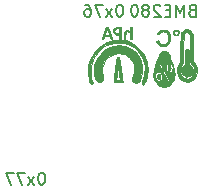
<source format=gbr>
G04 #@! TF.GenerationSoftware,KiCad,Pcbnew,(5.1.5)-3*
G04 #@! TF.CreationDate,2020-12-21T12:20:19+01:00*
G04 #@! TF.ProjectId,epimetheus_bme280,6570696d-6574-4686-9575-735f626d6532,rev?*
G04 #@! TF.SameCoordinates,Original*
G04 #@! TF.FileFunction,Legend,Bot*
G04 #@! TF.FilePolarity,Positive*
%FSLAX46Y46*%
G04 Gerber Fmt 4.6, Leading zero omitted, Abs format (unit mm)*
G04 Created by KiCad (PCBNEW (5.1.5)-3) date 2020-12-21 12:20:19*
%MOMM*%
%LPD*%
G04 APERTURE LIST*
%ADD10C,0.150000*%
%ADD11C,0.010000*%
G04 APERTURE END LIST*
D10*
X165234761Y-37552380D02*
X165139523Y-37552380D01*
X165044285Y-37600000D01*
X164996666Y-37647619D01*
X164949047Y-37742857D01*
X164901428Y-37933333D01*
X164901428Y-38171428D01*
X164949047Y-38361904D01*
X164996666Y-38457142D01*
X165044285Y-38504761D01*
X165139523Y-38552380D01*
X165234761Y-38552380D01*
X165330000Y-38504761D01*
X165377619Y-38457142D01*
X165425238Y-38361904D01*
X165472857Y-38171428D01*
X165472857Y-37933333D01*
X165425238Y-37742857D01*
X165377619Y-37647619D01*
X165330000Y-37600000D01*
X165234761Y-37552380D01*
X164568095Y-38552380D02*
X164044285Y-37885714D01*
X164568095Y-37885714D02*
X164044285Y-38552380D01*
X163758571Y-37552380D02*
X163091904Y-37552380D01*
X163520476Y-38552380D01*
X162806190Y-37552380D02*
X162139523Y-37552380D01*
X162568095Y-38552380D01*
X171838761Y-23328380D02*
X171743523Y-23328380D01*
X171648285Y-23376000D01*
X171600666Y-23423619D01*
X171553047Y-23518857D01*
X171505428Y-23709333D01*
X171505428Y-23947428D01*
X171553047Y-24137904D01*
X171600666Y-24233142D01*
X171648285Y-24280761D01*
X171743523Y-24328380D01*
X171838761Y-24328380D01*
X171934000Y-24280761D01*
X171981619Y-24233142D01*
X172029238Y-24137904D01*
X172076857Y-23947428D01*
X172076857Y-23709333D01*
X172029238Y-23518857D01*
X171981619Y-23423619D01*
X171934000Y-23376000D01*
X171838761Y-23328380D01*
X171172095Y-24328380D02*
X170648285Y-23661714D01*
X171172095Y-23661714D02*
X170648285Y-24328380D01*
X170362571Y-23328380D02*
X169695904Y-23328380D01*
X170124476Y-24328380D01*
X168886380Y-23328380D02*
X169076857Y-23328380D01*
X169172095Y-23376000D01*
X169219714Y-23423619D01*
X169314952Y-23566476D01*
X169362571Y-23756952D01*
X169362571Y-24137904D01*
X169314952Y-24233142D01*
X169267333Y-24280761D01*
X169172095Y-24328380D01*
X168981619Y-24328380D01*
X168886380Y-24280761D01*
X168838761Y-24233142D01*
X168791142Y-24137904D01*
X168791142Y-23899809D01*
X168838761Y-23804571D01*
X168886380Y-23756952D01*
X168981619Y-23709333D01*
X169172095Y-23709333D01*
X169267333Y-23756952D01*
X169314952Y-23804571D01*
X169362571Y-23899809D01*
X177894952Y-23804571D02*
X177752095Y-23852190D01*
X177704476Y-23899809D01*
X177656857Y-23995047D01*
X177656857Y-24137904D01*
X177704476Y-24233142D01*
X177752095Y-24280761D01*
X177847333Y-24328380D01*
X178228285Y-24328380D01*
X178228285Y-23328380D01*
X177894952Y-23328380D01*
X177799714Y-23376000D01*
X177752095Y-23423619D01*
X177704476Y-23518857D01*
X177704476Y-23614095D01*
X177752095Y-23709333D01*
X177799714Y-23756952D01*
X177894952Y-23804571D01*
X178228285Y-23804571D01*
X177228285Y-24328380D02*
X177228285Y-23328380D01*
X176894952Y-24042666D01*
X176561619Y-23328380D01*
X176561619Y-24328380D01*
X176085428Y-23804571D02*
X175752095Y-23804571D01*
X175609238Y-24328380D02*
X176085428Y-24328380D01*
X176085428Y-23328380D01*
X175609238Y-23328380D01*
X175228285Y-23423619D02*
X175180666Y-23376000D01*
X175085428Y-23328380D01*
X174847333Y-23328380D01*
X174752095Y-23376000D01*
X174704476Y-23423619D01*
X174656857Y-23518857D01*
X174656857Y-23614095D01*
X174704476Y-23756952D01*
X175275904Y-24328380D01*
X174656857Y-24328380D01*
X174085428Y-23756952D02*
X174180666Y-23709333D01*
X174228285Y-23661714D01*
X174275904Y-23566476D01*
X174275904Y-23518857D01*
X174228285Y-23423619D01*
X174180666Y-23376000D01*
X174085428Y-23328380D01*
X173894952Y-23328380D01*
X173799714Y-23376000D01*
X173752095Y-23423619D01*
X173704476Y-23518857D01*
X173704476Y-23566476D01*
X173752095Y-23661714D01*
X173799714Y-23709333D01*
X173894952Y-23756952D01*
X174085428Y-23756952D01*
X174180666Y-23804571D01*
X174228285Y-23852190D01*
X174275904Y-23947428D01*
X174275904Y-24137904D01*
X174228285Y-24233142D01*
X174180666Y-24280761D01*
X174085428Y-24328380D01*
X173894952Y-24328380D01*
X173799714Y-24280761D01*
X173752095Y-24233142D01*
X173704476Y-24137904D01*
X173704476Y-23947428D01*
X173752095Y-23852190D01*
X173799714Y-23804571D01*
X173894952Y-23756952D01*
X173085428Y-23328380D02*
X172990190Y-23328380D01*
X172894952Y-23376000D01*
X172847333Y-23423619D01*
X172799714Y-23518857D01*
X172752095Y-23709333D01*
X172752095Y-23947428D01*
X172799714Y-24137904D01*
X172847333Y-24233142D01*
X172894952Y-24280761D01*
X172990190Y-24328380D01*
X173085428Y-24328380D01*
X173180666Y-24280761D01*
X173228285Y-24233142D01*
X173275904Y-24137904D01*
X173323523Y-23947428D01*
X173323523Y-23709333D01*
X173275904Y-23518857D01*
X173228285Y-23423619D01*
X173180666Y-23376000D01*
X173085428Y-23328380D01*
D11*
G36*
X177387278Y-27085198D02*
G01*
X177368200Y-27101799D01*
X177352297Y-27120269D01*
X177340104Y-27144136D01*
X177331132Y-27179851D01*
X177324888Y-27233867D01*
X177320884Y-27312635D01*
X177318629Y-27422607D01*
X177317631Y-27570237D01*
X177317401Y-27761974D01*
X177317400Y-27770010D01*
X177317400Y-28387420D01*
X177206925Y-28465291D01*
X177094498Y-28571343D01*
X177022829Y-28695894D01*
X176989801Y-28830851D01*
X176993301Y-28968125D01*
X177031212Y-29099623D01*
X177101421Y-29217255D01*
X177201812Y-29312930D01*
X177330270Y-29378557D01*
X177452301Y-29404030D01*
X177548653Y-29401142D01*
X177645008Y-29381409D01*
X177656359Y-29377500D01*
X177786676Y-29305094D01*
X177884212Y-29202390D01*
X177948428Y-29078347D01*
X177978782Y-28941925D01*
X177974735Y-28802084D01*
X177935746Y-28667783D01*
X177861274Y-28547984D01*
X177750781Y-28451645D01*
X177713488Y-28430185D01*
X177639676Y-28391797D01*
X177656614Y-27788675D01*
X177661804Y-27598163D01*
X177665067Y-27451716D01*
X177666043Y-27342624D01*
X177664373Y-27264176D01*
X177659697Y-27209663D01*
X177651653Y-27172373D01*
X177639883Y-27145596D01*
X177624026Y-27122622D01*
X177620633Y-27118276D01*
X177549967Y-27063999D01*
X177466981Y-27052634D01*
X177387278Y-27085198D01*
G37*
X177387278Y-27085198D02*
X177368200Y-27101799D01*
X177352297Y-27120269D01*
X177340104Y-27144136D01*
X177331132Y-27179851D01*
X177324888Y-27233867D01*
X177320884Y-27312635D01*
X177318629Y-27422607D01*
X177317631Y-27570237D01*
X177317401Y-27761974D01*
X177317400Y-27770010D01*
X177317400Y-28387420D01*
X177206925Y-28465291D01*
X177094498Y-28571343D01*
X177022829Y-28695894D01*
X176989801Y-28830851D01*
X176993301Y-28968125D01*
X177031212Y-29099623D01*
X177101421Y-29217255D01*
X177201812Y-29312930D01*
X177330270Y-29378557D01*
X177452301Y-29404030D01*
X177548653Y-29401142D01*
X177645008Y-29381409D01*
X177656359Y-29377500D01*
X177786676Y-29305094D01*
X177884212Y-29202390D01*
X177948428Y-29078347D01*
X177978782Y-28941925D01*
X177974735Y-28802084D01*
X177935746Y-28667783D01*
X177861274Y-28547984D01*
X177750781Y-28451645D01*
X177713488Y-28430185D01*
X177639676Y-28391797D01*
X177656614Y-27788675D01*
X177661804Y-27598163D01*
X177665067Y-27451716D01*
X177666043Y-27342624D01*
X177664373Y-27264176D01*
X177659697Y-27209663D01*
X177651653Y-27172373D01*
X177639883Y-27145596D01*
X177624026Y-27122622D01*
X177620633Y-27118276D01*
X177549967Y-27063999D01*
X177466981Y-27052634D01*
X177387278Y-27085198D01*
G36*
X175907637Y-28461873D02*
G01*
X175867696Y-28507651D01*
X175847912Y-28591571D01*
X175844200Y-28676600D01*
X175849212Y-28762274D01*
X175861948Y-28832990D01*
X175870494Y-28856069D01*
X175916619Y-28895499D01*
X175982054Y-28902430D01*
X176046248Y-28875852D01*
X176058286Y-28865285D01*
X176087658Y-28802917D01*
X176098170Y-28693465D01*
X176098200Y-28685815D01*
X176091213Y-28569127D01*
X176067910Y-28495029D01*
X176024785Y-28456952D01*
X175971200Y-28448000D01*
X175907637Y-28461873D01*
G37*
X175907637Y-28461873D02*
X175867696Y-28507651D01*
X175847912Y-28591571D01*
X175844200Y-28676600D01*
X175849212Y-28762274D01*
X175861948Y-28832990D01*
X175870494Y-28856069D01*
X175916619Y-28895499D01*
X175982054Y-28902430D01*
X176046248Y-28875852D01*
X176058286Y-28865285D01*
X176087658Y-28802917D01*
X176098170Y-28693465D01*
X176098200Y-28685815D01*
X176091213Y-28569127D01*
X176067910Y-28495029D01*
X176024785Y-28456952D01*
X175971200Y-28448000D01*
X175907637Y-28461873D01*
G36*
X175035334Y-29174773D02*
G01*
X174997237Y-29205650D01*
X174971430Y-29261779D01*
X174957270Y-29347612D01*
X174955624Y-29443206D01*
X174967361Y-29528623D01*
X174981494Y-29567269D01*
X175026322Y-29604251D01*
X175092879Y-29616367D01*
X175157405Y-29601373D01*
X175178721Y-29585920D01*
X175198965Y-29538537D01*
X175208811Y-29459671D01*
X175208701Y-29367468D01*
X175199077Y-29280072D01*
X175180383Y-29215632D01*
X175169286Y-29199114D01*
X175103542Y-29162549D01*
X175035334Y-29174773D01*
G37*
X175035334Y-29174773D02*
X174997237Y-29205650D01*
X174971430Y-29261779D01*
X174957270Y-29347612D01*
X174955624Y-29443206D01*
X174967361Y-29528623D01*
X174981494Y-29567269D01*
X175026322Y-29604251D01*
X175092879Y-29616367D01*
X175157405Y-29601373D01*
X175178721Y-29585920D01*
X175198965Y-29538537D01*
X175208811Y-29459671D01*
X175208701Y-29367468D01*
X175199077Y-29280072D01*
X175180383Y-29215632D01*
X175169286Y-29199114D01*
X175103542Y-29162549D01*
X175035334Y-29174773D01*
G36*
X176488186Y-25443571D02*
G01*
X176398361Y-25496908D01*
X176341388Y-25577980D01*
X176319980Y-25673727D01*
X176336854Y-25771089D01*
X176394722Y-25857005D01*
X176401047Y-25862854D01*
X176495515Y-25920321D01*
X176595585Y-25927552D01*
X176688112Y-25893806D01*
X176765629Y-25828742D01*
X176804190Y-25746941D01*
X176807816Y-25665694D01*
X176725403Y-25665694D01*
X176713816Y-25738191D01*
X176666339Y-25801711D01*
X176631179Y-25824535D01*
X176575889Y-25849869D01*
X176538575Y-25850785D01*
X176495323Y-25824320D01*
X176469926Y-25804556D01*
X176415618Y-25736512D01*
X176403782Y-25662088D01*
X176429789Y-25593937D01*
X176489011Y-25544711D01*
X176571452Y-25527000D01*
X176651558Y-25546832D01*
X176703762Y-25597486D01*
X176725403Y-25665694D01*
X176807816Y-25665694D01*
X176808151Y-25658211D01*
X176781868Y-25572362D01*
X176729697Y-25499203D01*
X176655992Y-25448544D01*
X176565111Y-25430193D01*
X176488186Y-25443571D01*
G37*
X176488186Y-25443571D02*
X176398361Y-25496908D01*
X176341388Y-25577980D01*
X176319980Y-25673727D01*
X176336854Y-25771089D01*
X176394722Y-25857005D01*
X176401047Y-25862854D01*
X176495515Y-25920321D01*
X176595585Y-25927552D01*
X176688112Y-25893806D01*
X176765629Y-25828742D01*
X176804190Y-25746941D01*
X176807816Y-25665694D01*
X176725403Y-25665694D01*
X176713816Y-25738191D01*
X176666339Y-25801711D01*
X176631179Y-25824535D01*
X176575889Y-25849869D01*
X176538575Y-25850785D01*
X176495323Y-25824320D01*
X176469926Y-25804556D01*
X176415618Y-25736512D01*
X176403782Y-25662088D01*
X176429789Y-25593937D01*
X176489011Y-25544711D01*
X176571452Y-25527000D01*
X176651558Y-25546832D01*
X176703762Y-25597486D01*
X176725403Y-25665694D01*
X176807816Y-25665694D01*
X176808151Y-25658211D01*
X176781868Y-25572362D01*
X176729697Y-25499203D01*
X176655992Y-25448544D01*
X176565111Y-25430193D01*
X176488186Y-25443571D01*
G36*
X170438088Y-25724129D02*
G01*
X170383903Y-25874512D01*
X170336147Y-26008688D01*
X170297377Y-26119341D01*
X170270146Y-26199156D01*
X170257011Y-26240820D01*
X170256200Y-26244829D01*
X170277818Y-26259364D01*
X170314776Y-26263600D01*
X170351238Y-26255209D01*
X170380685Y-26222969D01*
X170411151Y-26156279D01*
X170425433Y-26117550D01*
X170477515Y-25971500D01*
X170934535Y-25956992D01*
X170990432Y-26110296D01*
X171024425Y-26195553D01*
X171053010Y-26242363D01*
X171084226Y-26261267D01*
X171107338Y-26263600D01*
X171145366Y-26260762D01*
X171156377Y-26243106D01*
X171144224Y-26196918D01*
X171134087Y-26168350D01*
X171109839Y-26101532D01*
X171074056Y-26003681D01*
X171030330Y-25884538D01*
X171016346Y-25846523D01*
X170891200Y-25846523D01*
X170867874Y-25851631D01*
X170806179Y-25855408D01*
X170718543Y-25857154D01*
X170701071Y-25857200D01*
X170510942Y-25857200D01*
X170557846Y-25736550D01*
X170594718Y-25637448D01*
X170633882Y-25525939D01*
X170649175Y-25480268D01*
X170676252Y-25410725D01*
X170700654Y-25370209D01*
X170713848Y-25365968D01*
X170728596Y-25395499D01*
X170754967Y-25459893D01*
X170788096Y-25545963D01*
X170823115Y-25640524D01*
X170855159Y-25730390D01*
X170879361Y-25802374D01*
X170890855Y-25843290D01*
X170891200Y-25846523D01*
X171016346Y-25846523D01*
X170982252Y-25753847D01*
X170933414Y-25621350D01*
X170887407Y-25496789D01*
X170847823Y-25389907D01*
X170818252Y-25310447D01*
X170802286Y-25268151D01*
X170801698Y-25266650D01*
X170760867Y-25230511D01*
X170702070Y-25222200D01*
X170619975Y-25222200D01*
X170438088Y-25724129D01*
G37*
X170438088Y-25724129D02*
X170383903Y-25874512D01*
X170336147Y-26008688D01*
X170297377Y-26119341D01*
X170270146Y-26199156D01*
X170257011Y-26240820D01*
X170256200Y-26244829D01*
X170277818Y-26259364D01*
X170314776Y-26263600D01*
X170351238Y-26255209D01*
X170380685Y-26222969D01*
X170411151Y-26156279D01*
X170425433Y-26117550D01*
X170477515Y-25971500D01*
X170934535Y-25956992D01*
X170990432Y-26110296D01*
X171024425Y-26195553D01*
X171053010Y-26242363D01*
X171084226Y-26261267D01*
X171107338Y-26263600D01*
X171145366Y-26260762D01*
X171156377Y-26243106D01*
X171144224Y-26196918D01*
X171134087Y-26168350D01*
X171109839Y-26101532D01*
X171074056Y-26003681D01*
X171030330Y-25884538D01*
X171016346Y-25846523D01*
X170891200Y-25846523D01*
X170867874Y-25851631D01*
X170806179Y-25855408D01*
X170718543Y-25857154D01*
X170701071Y-25857200D01*
X170510942Y-25857200D01*
X170557846Y-25736550D01*
X170594718Y-25637448D01*
X170633882Y-25525939D01*
X170649175Y-25480268D01*
X170676252Y-25410725D01*
X170700654Y-25370209D01*
X170713848Y-25365968D01*
X170728596Y-25395499D01*
X170754967Y-25459893D01*
X170788096Y-25545963D01*
X170823115Y-25640524D01*
X170855159Y-25730390D01*
X170879361Y-25802374D01*
X170890855Y-25843290D01*
X170891200Y-25846523D01*
X171016346Y-25846523D01*
X170982252Y-25753847D01*
X170933414Y-25621350D01*
X170887407Y-25496789D01*
X170847823Y-25389907D01*
X170818252Y-25310447D01*
X170802286Y-25268151D01*
X170801698Y-25266650D01*
X170760867Y-25230511D01*
X170702070Y-25222200D01*
X170619975Y-25222200D01*
X170438088Y-25724129D01*
G36*
X171658001Y-25227914D02*
G01*
X171492162Y-25245249D01*
X171370743Y-25277898D01*
X171288779Y-25329274D01*
X171241302Y-25402790D01*
X171223348Y-25501860D01*
X171222865Y-25527000D01*
X171241493Y-25659417D01*
X171296988Y-25757532D01*
X171390084Y-25821997D01*
X171521519Y-25853460D01*
X171596050Y-25857032D01*
X171754800Y-25857200D01*
X171754800Y-26060400D01*
X171755477Y-26161178D01*
X171759667Y-26221523D01*
X171770608Y-26251797D01*
X171791539Y-26262367D01*
X171818300Y-26263600D01*
X171881800Y-26263600D01*
X171881800Y-25755600D01*
X171754800Y-25755600D01*
X171618526Y-25755600D01*
X171512716Y-25747079D01*
X171437531Y-25718451D01*
X171415326Y-25702956D01*
X171364299Y-25633281D01*
X171346257Y-25541533D01*
X171363982Y-25446490D01*
X171374099Y-25424841D01*
X171420104Y-25383477D01*
X171501403Y-25349592D01*
X171602540Y-25328415D01*
X171672250Y-25323941D01*
X171754800Y-25323800D01*
X171754800Y-25755600D01*
X171881800Y-25755600D01*
X171881800Y-25215153D01*
X171658001Y-25227914D01*
G37*
X171658001Y-25227914D02*
X171492162Y-25245249D01*
X171370743Y-25277898D01*
X171288779Y-25329274D01*
X171241302Y-25402790D01*
X171223348Y-25501860D01*
X171222865Y-25527000D01*
X171241493Y-25659417D01*
X171296988Y-25757532D01*
X171390084Y-25821997D01*
X171521519Y-25853460D01*
X171596050Y-25857032D01*
X171754800Y-25857200D01*
X171754800Y-26060400D01*
X171755477Y-26161178D01*
X171759667Y-26221523D01*
X171770608Y-26251797D01*
X171791539Y-26262367D01*
X171818300Y-26263600D01*
X171881800Y-26263600D01*
X171881800Y-25755600D01*
X171754800Y-25755600D01*
X171618526Y-25755600D01*
X171512716Y-25747079D01*
X171437531Y-25718451D01*
X171415326Y-25702956D01*
X171364299Y-25633281D01*
X171346257Y-25541533D01*
X171363982Y-25446490D01*
X171374099Y-25424841D01*
X171420104Y-25383477D01*
X171501403Y-25349592D01*
X171602540Y-25328415D01*
X171672250Y-25323941D01*
X171754800Y-25323800D01*
X171754800Y-25755600D01*
X171881800Y-25755600D01*
X171881800Y-25215153D01*
X171658001Y-25227914D01*
G36*
X172700377Y-25199180D02*
G01*
X172681442Y-25213463D01*
X172672319Y-25250358D01*
X172669430Y-25320578D01*
X172669200Y-25386926D01*
X172669200Y-25577053D01*
X172586650Y-25526721D01*
X172501118Y-25492284D01*
X172403338Y-25478287D01*
X172313640Y-25485851D01*
X172260599Y-25508757D01*
X172220112Y-25548386D01*
X172191946Y-25600657D01*
X172174091Y-25674636D01*
X172164537Y-25779391D01*
X172161275Y-25923985D01*
X172161200Y-25957130D01*
X172161694Y-26086205D01*
X172164102Y-26172879D01*
X172169817Y-26225548D01*
X172180230Y-26252607D01*
X172196732Y-26262453D01*
X172212000Y-26263600D01*
X172235862Y-26259873D01*
X172250811Y-26242332D01*
X172258908Y-26201436D01*
X172262216Y-26127645D01*
X172262800Y-26028482D01*
X172268860Y-25849918D01*
X172288484Y-25718082D01*
X172323843Y-25630195D01*
X172377106Y-25583479D01*
X172450445Y-25575157D01*
X172546028Y-25602450D01*
X172582812Y-25618794D01*
X172669200Y-25659788D01*
X172669200Y-26263600D01*
X172796200Y-26263600D01*
X172796200Y-25196800D01*
X172732700Y-25196800D01*
X172700377Y-25199180D01*
G37*
X172700377Y-25199180D02*
X172681442Y-25213463D01*
X172672319Y-25250358D01*
X172669430Y-25320578D01*
X172669200Y-25386926D01*
X172669200Y-25577053D01*
X172586650Y-25526721D01*
X172501118Y-25492284D01*
X172403338Y-25478287D01*
X172313640Y-25485851D01*
X172260599Y-25508757D01*
X172220112Y-25548386D01*
X172191946Y-25600657D01*
X172174091Y-25674636D01*
X172164537Y-25779391D01*
X172161275Y-25923985D01*
X172161200Y-25957130D01*
X172161694Y-26086205D01*
X172164102Y-26172879D01*
X172169817Y-26225548D01*
X172180230Y-26252607D01*
X172196732Y-26262453D01*
X172212000Y-26263600D01*
X172235862Y-26259873D01*
X172250811Y-26242332D01*
X172258908Y-26201436D01*
X172262216Y-26127645D01*
X172262800Y-26028482D01*
X172268860Y-25849918D01*
X172288484Y-25718082D01*
X172323843Y-25630195D01*
X172377106Y-25583479D01*
X172450445Y-25575157D01*
X172546028Y-25602450D01*
X172582812Y-25618794D01*
X172669200Y-25659788D01*
X172669200Y-26263600D01*
X172796200Y-26263600D01*
X172796200Y-25196800D01*
X172732700Y-25196800D01*
X172700377Y-25199180D01*
G36*
X175272700Y-25453435D02*
G01*
X175131654Y-25515679D01*
X175016612Y-25614118D01*
X174955155Y-25704889D01*
X174924855Y-25771029D01*
X174925389Y-25807395D01*
X174962536Y-25828403D01*
X175009646Y-25840793D01*
X175061333Y-25844898D01*
X175085963Y-25816923D01*
X175091263Y-25799151D01*
X175118528Y-25745201D01*
X175168469Y-25682276D01*
X175184535Y-25665996D01*
X175230580Y-25626155D01*
X175275303Y-25603468D01*
X175335163Y-25593178D01*
X175426615Y-25590532D01*
X175445818Y-25590500D01*
X175589793Y-25601913D01*
X175697189Y-25639614D01*
X175777641Y-25708797D01*
X175833659Y-25799549D01*
X175865571Y-25898498D01*
X175885252Y-26027481D01*
X175891450Y-26166931D01*
X175882911Y-26297282D01*
X175869817Y-26364395D01*
X175812398Y-26488844D01*
X175719658Y-26589343D01*
X175602593Y-26658756D01*
X175472195Y-26689949D01*
X175376208Y-26684733D01*
X175274012Y-26644185D01*
X175176676Y-26569767D01*
X175101903Y-26476761D01*
X175078377Y-26427690D01*
X175052394Y-26370717D01*
X175021786Y-26351834D01*
X174982112Y-26356742D01*
X174917623Y-26375829D01*
X174894078Y-26401820D01*
X174903895Y-26450305D01*
X174918675Y-26487208D01*
X175002940Y-26627973D01*
X175120691Y-26732127D01*
X175267565Y-26796943D01*
X175439198Y-26819694D01*
X175450500Y-26819658D01*
X175546835Y-26815151D01*
X175633122Y-26805274D01*
X175674402Y-26796571D01*
X175798464Y-26734081D01*
X175903290Y-26631893D01*
X175985512Y-26498569D01*
X176041762Y-26342670D01*
X176068673Y-26172755D01*
X176062877Y-25997387D01*
X176037131Y-25874500D01*
X175966916Y-25717452D01*
X175860619Y-25590393D01*
X175725953Y-25497572D01*
X175570631Y-25443238D01*
X175402366Y-25431639D01*
X175272700Y-25453435D01*
G37*
X175272700Y-25453435D02*
X175131654Y-25515679D01*
X175016612Y-25614118D01*
X174955155Y-25704889D01*
X174924855Y-25771029D01*
X174925389Y-25807395D01*
X174962536Y-25828403D01*
X175009646Y-25840793D01*
X175061333Y-25844898D01*
X175085963Y-25816923D01*
X175091263Y-25799151D01*
X175118528Y-25745201D01*
X175168469Y-25682276D01*
X175184535Y-25665996D01*
X175230580Y-25626155D01*
X175275303Y-25603468D01*
X175335163Y-25593178D01*
X175426615Y-25590532D01*
X175445818Y-25590500D01*
X175589793Y-25601913D01*
X175697189Y-25639614D01*
X175777641Y-25708797D01*
X175833659Y-25799549D01*
X175865571Y-25898498D01*
X175885252Y-26027481D01*
X175891450Y-26166931D01*
X175882911Y-26297282D01*
X175869817Y-26364395D01*
X175812398Y-26488844D01*
X175719658Y-26589343D01*
X175602593Y-26658756D01*
X175472195Y-26689949D01*
X175376208Y-26684733D01*
X175274012Y-26644185D01*
X175176676Y-26569767D01*
X175101903Y-26476761D01*
X175078377Y-26427690D01*
X175052394Y-26370717D01*
X175021786Y-26351834D01*
X174982112Y-26356742D01*
X174917623Y-26375829D01*
X174894078Y-26401820D01*
X174903895Y-26450305D01*
X174918675Y-26487208D01*
X175002940Y-26627973D01*
X175120691Y-26732127D01*
X175267565Y-26796943D01*
X175439198Y-26819694D01*
X175450500Y-26819658D01*
X175546835Y-26815151D01*
X175633122Y-26805274D01*
X175674402Y-26796571D01*
X175798464Y-26734081D01*
X175903290Y-26631893D01*
X175985512Y-26498569D01*
X176041762Y-26342670D01*
X176068673Y-26172755D01*
X176062877Y-25997387D01*
X176037131Y-25874500D01*
X175966916Y-25717452D01*
X175860619Y-25590393D01*
X175725953Y-25497572D01*
X175570631Y-25443238D01*
X175402366Y-25431639D01*
X175272700Y-25453435D01*
G36*
X177367449Y-25418036D02*
G01*
X177229617Y-25472958D01*
X177116754Y-25557631D01*
X177078562Y-25594956D01*
X177046728Y-25628821D01*
X177020592Y-25664050D01*
X176999497Y-25705466D01*
X176982785Y-25757892D01*
X176969797Y-25826151D01*
X176959874Y-25915066D01*
X176952360Y-26029460D01*
X176946594Y-26174156D01*
X176941920Y-26353977D01*
X176937678Y-26573747D01*
X176933210Y-26838287D01*
X176931992Y-26911300D01*
X176927754Y-27147479D01*
X176923212Y-27370111D01*
X176918523Y-27573594D01*
X176913838Y-27752326D01*
X176909311Y-27900704D01*
X176905098Y-28013128D01*
X176901350Y-28083993D01*
X176899240Y-28105100D01*
X176882083Y-28158939D01*
X176846742Y-28244603D01*
X176798851Y-28349045D01*
X176758399Y-28431237D01*
X176700798Y-28548005D01*
X176663673Y-28634543D01*
X176642672Y-28704940D01*
X176633442Y-28773285D01*
X176631600Y-28841724D01*
X176653179Y-29055624D01*
X176714713Y-29258916D01*
X176811398Y-29443521D01*
X176938429Y-29601361D01*
X177091001Y-29724356D01*
X177186882Y-29775478D01*
X177312002Y-29813975D01*
X177459016Y-29833989D01*
X177606038Y-29834129D01*
X177731182Y-29813009D01*
X177739134Y-29810510D01*
X177914046Y-29727373D01*
X178065756Y-29603583D01*
X178190142Y-29445570D01*
X178283078Y-29259763D01*
X178340440Y-29052593D01*
X178357786Y-28850684D01*
X178104800Y-28850684D01*
X178104800Y-28851842D01*
X178084551Y-29043394D01*
X178026671Y-29217546D01*
X177935464Y-29366329D01*
X177815231Y-29481776D01*
X177740049Y-29527303D01*
X177599408Y-29579016D01*
X177462640Y-29586931D01*
X177339205Y-29561521D01*
X177202132Y-29495069D01*
X177083195Y-29387706D01*
X176988119Y-29247781D01*
X176922629Y-29083643D01*
X176892874Y-28910566D01*
X176889082Y-28833025D01*
X176892115Y-28771820D01*
X176905790Y-28713235D01*
X176933921Y-28643555D01*
X176980325Y-28549065D01*
X177008951Y-28493310D01*
X177063734Y-28379763D01*
X177109930Y-28270444D01*
X177141525Y-28180340D01*
X177151599Y-28137710D01*
X177155270Y-28089554D01*
X177159470Y-27996472D01*
X177164038Y-27864331D01*
X177168810Y-27699001D01*
X177173624Y-27506349D01*
X177178319Y-27292245D01*
X177182731Y-27062557D01*
X177185034Y-26928375D01*
X177203100Y-25827851D01*
X177297977Y-25740925D01*
X177399937Y-25672992D01*
X177502100Y-25653515D01*
X177599969Y-25683129D01*
X177619232Y-25695419D01*
X177649062Y-25717880D01*
X177673944Y-25742829D01*
X177694325Y-25774809D01*
X177710654Y-25818363D01*
X177723379Y-25878036D01*
X177732948Y-25958370D01*
X177739810Y-26063910D01*
X177744412Y-26199199D01*
X177747203Y-26368780D01*
X177748631Y-26577198D01*
X177749145Y-26828994D01*
X177749200Y-27012899D01*
X177749174Y-27289188D01*
X177749537Y-27519754D01*
X177750955Y-27709671D01*
X177754092Y-27864015D01*
X177759612Y-27987861D01*
X177768182Y-28086286D01*
X177780465Y-28164365D01*
X177797127Y-28227173D01*
X177818831Y-28279785D01*
X177846243Y-28327278D01*
X177880027Y-28374726D01*
X177920849Y-28427205D01*
X177937155Y-28448000D01*
X178013267Y-28548493D01*
X178062165Y-28624743D01*
X178089773Y-28691016D01*
X178102011Y-28761575D01*
X178104800Y-28850684D01*
X178357786Y-28850684D01*
X178358243Y-28845374D01*
X178349824Y-28711350D01*
X178321677Y-28593878D01*
X178268104Y-28478673D01*
X178183409Y-28351450D01*
X178137205Y-28291019D01*
X178015900Y-28136662D01*
X177990500Y-25793700D01*
X177927000Y-25681670D01*
X177867205Y-25595800D01*
X177793759Y-25515377D01*
X177769250Y-25493888D01*
X177648282Y-25427424D01*
X177510676Y-25402499D01*
X177367449Y-25418036D01*
G37*
X177367449Y-25418036D02*
X177229617Y-25472958D01*
X177116754Y-25557631D01*
X177078562Y-25594956D01*
X177046728Y-25628821D01*
X177020592Y-25664050D01*
X176999497Y-25705466D01*
X176982785Y-25757892D01*
X176969797Y-25826151D01*
X176959874Y-25915066D01*
X176952360Y-26029460D01*
X176946594Y-26174156D01*
X176941920Y-26353977D01*
X176937678Y-26573747D01*
X176933210Y-26838287D01*
X176931992Y-26911300D01*
X176927754Y-27147479D01*
X176923212Y-27370111D01*
X176918523Y-27573594D01*
X176913838Y-27752326D01*
X176909311Y-27900704D01*
X176905098Y-28013128D01*
X176901350Y-28083993D01*
X176899240Y-28105100D01*
X176882083Y-28158939D01*
X176846742Y-28244603D01*
X176798851Y-28349045D01*
X176758399Y-28431237D01*
X176700798Y-28548005D01*
X176663673Y-28634543D01*
X176642672Y-28704940D01*
X176633442Y-28773285D01*
X176631600Y-28841724D01*
X176653179Y-29055624D01*
X176714713Y-29258916D01*
X176811398Y-29443521D01*
X176938429Y-29601361D01*
X177091001Y-29724356D01*
X177186882Y-29775478D01*
X177312002Y-29813975D01*
X177459016Y-29833989D01*
X177606038Y-29834129D01*
X177731182Y-29813009D01*
X177739134Y-29810510D01*
X177914046Y-29727373D01*
X178065756Y-29603583D01*
X178190142Y-29445570D01*
X178283078Y-29259763D01*
X178340440Y-29052593D01*
X178357786Y-28850684D01*
X178104800Y-28850684D01*
X178104800Y-28851842D01*
X178084551Y-29043394D01*
X178026671Y-29217546D01*
X177935464Y-29366329D01*
X177815231Y-29481776D01*
X177740049Y-29527303D01*
X177599408Y-29579016D01*
X177462640Y-29586931D01*
X177339205Y-29561521D01*
X177202132Y-29495069D01*
X177083195Y-29387706D01*
X176988119Y-29247781D01*
X176922629Y-29083643D01*
X176892874Y-28910566D01*
X176889082Y-28833025D01*
X176892115Y-28771820D01*
X176905790Y-28713235D01*
X176933921Y-28643555D01*
X176980325Y-28549065D01*
X177008951Y-28493310D01*
X177063734Y-28379763D01*
X177109930Y-28270444D01*
X177141525Y-28180340D01*
X177151599Y-28137710D01*
X177155270Y-28089554D01*
X177159470Y-27996472D01*
X177164038Y-27864331D01*
X177168810Y-27699001D01*
X177173624Y-27506349D01*
X177178319Y-27292245D01*
X177182731Y-27062557D01*
X177185034Y-26928375D01*
X177203100Y-25827851D01*
X177297977Y-25740925D01*
X177399937Y-25672992D01*
X177502100Y-25653515D01*
X177599969Y-25683129D01*
X177619232Y-25695419D01*
X177649062Y-25717880D01*
X177673944Y-25742829D01*
X177694325Y-25774809D01*
X177710654Y-25818363D01*
X177723379Y-25878036D01*
X177732948Y-25958370D01*
X177739810Y-26063910D01*
X177744412Y-26199199D01*
X177747203Y-26368780D01*
X177748631Y-26577198D01*
X177749145Y-26828994D01*
X177749200Y-27012899D01*
X177749174Y-27289188D01*
X177749537Y-27519754D01*
X177750955Y-27709671D01*
X177754092Y-27864015D01*
X177759612Y-27987861D01*
X177768182Y-28086286D01*
X177780465Y-28164365D01*
X177797127Y-28227173D01*
X177818831Y-28279785D01*
X177846243Y-28327278D01*
X177880027Y-28374726D01*
X177920849Y-28427205D01*
X177937155Y-28448000D01*
X178013267Y-28548493D01*
X178062165Y-28624743D01*
X178089773Y-28691016D01*
X178102011Y-28761575D01*
X178104800Y-28850684D01*
X178357786Y-28850684D01*
X178358243Y-28845374D01*
X178349824Y-28711350D01*
X178321677Y-28593878D01*
X178268104Y-28478673D01*
X178183409Y-28351450D01*
X178137205Y-28291019D01*
X178015900Y-28136662D01*
X177990500Y-25793700D01*
X177927000Y-25681670D01*
X177867205Y-25595800D01*
X177793759Y-25515377D01*
X177769250Y-25493888D01*
X177648282Y-25427424D01*
X177510676Y-25402499D01*
X177367449Y-25418036D01*
G36*
X171559542Y-27743017D02*
G01*
X171528080Y-27762997D01*
X171526200Y-27772708D01*
X171523067Y-27805117D01*
X171514130Y-27882273D01*
X171500085Y-27998540D01*
X171481629Y-28148284D01*
X171459457Y-28325869D01*
X171434266Y-28525658D01*
X171406751Y-28742018D01*
X171399200Y-28801084D01*
X171371143Y-29021609D01*
X171345235Y-29227687D01*
X171322174Y-29413568D01*
X171302661Y-29573506D01*
X171287396Y-29701753D01*
X171277077Y-29792559D01*
X171272404Y-29840178D01*
X171272200Y-29844676D01*
X171274616Y-29864249D01*
X171286875Y-29878066D01*
X171316493Y-29887124D01*
X171370988Y-29892425D01*
X171457876Y-29894968D01*
X171584674Y-29895753D01*
X171656524Y-29895800D01*
X172040847Y-29895800D01*
X172028321Y-29813250D01*
X172022165Y-29770278D01*
X172009951Y-29682935D01*
X172003449Y-29636074D01*
X171796602Y-29636074D01*
X171786431Y-29656940D01*
X171749986Y-29665471D01*
X171676286Y-29667188D01*
X171652566Y-29667200D01*
X171572376Y-29663921D01*
X171517372Y-29655403D01*
X171500800Y-29645633D01*
X171503991Y-29614773D01*
X171512873Y-29541748D01*
X171526409Y-29434746D01*
X171543562Y-29301954D01*
X171563298Y-29151562D01*
X171564300Y-29143983D01*
X171584196Y-28991739D01*
X171601540Y-28855543D01*
X171615287Y-28743902D01*
X171624387Y-28665323D01*
X171627796Y-28628314D01*
X171627800Y-28627916D01*
X171634788Y-28603093D01*
X171640885Y-28605018D01*
X171648363Y-28633214D01*
X171661137Y-28703535D01*
X171677878Y-28807739D01*
X171697258Y-28937583D01*
X171716302Y-29072801D01*
X171737206Y-29223991D01*
X171756613Y-29361971D01*
X171773144Y-29477103D01*
X171785416Y-29559753D01*
X171791483Y-29597350D01*
X171796602Y-29636074D01*
X172003449Y-29636074D01*
X171992501Y-29557179D01*
X171970640Y-29398973D01*
X171945191Y-29214274D01*
X171916976Y-29009044D01*
X171886819Y-28789243D01*
X171879214Y-28733750D01*
X171742634Y-27736800D01*
X171634417Y-27736800D01*
X171559542Y-27743017D01*
G37*
X171559542Y-27743017D02*
X171528080Y-27762997D01*
X171526200Y-27772708D01*
X171523067Y-27805117D01*
X171514130Y-27882273D01*
X171500085Y-27998540D01*
X171481629Y-28148284D01*
X171459457Y-28325869D01*
X171434266Y-28525658D01*
X171406751Y-28742018D01*
X171399200Y-28801084D01*
X171371143Y-29021609D01*
X171345235Y-29227687D01*
X171322174Y-29413568D01*
X171302661Y-29573506D01*
X171287396Y-29701753D01*
X171277077Y-29792559D01*
X171272404Y-29840178D01*
X171272200Y-29844676D01*
X171274616Y-29864249D01*
X171286875Y-29878066D01*
X171316493Y-29887124D01*
X171370988Y-29892425D01*
X171457876Y-29894968D01*
X171584674Y-29895753D01*
X171656524Y-29895800D01*
X172040847Y-29895800D01*
X172028321Y-29813250D01*
X172022165Y-29770278D01*
X172009951Y-29682935D01*
X172003449Y-29636074D01*
X171796602Y-29636074D01*
X171786431Y-29656940D01*
X171749986Y-29665471D01*
X171676286Y-29667188D01*
X171652566Y-29667200D01*
X171572376Y-29663921D01*
X171517372Y-29655403D01*
X171500800Y-29645633D01*
X171503991Y-29614773D01*
X171512873Y-29541748D01*
X171526409Y-29434746D01*
X171543562Y-29301954D01*
X171563298Y-29151562D01*
X171564300Y-29143983D01*
X171584196Y-28991739D01*
X171601540Y-28855543D01*
X171615287Y-28743902D01*
X171624387Y-28665323D01*
X171627796Y-28628314D01*
X171627800Y-28627916D01*
X171634788Y-28603093D01*
X171640885Y-28605018D01*
X171648363Y-28633214D01*
X171661137Y-28703535D01*
X171677878Y-28807739D01*
X171697258Y-28937583D01*
X171716302Y-29072801D01*
X171737206Y-29223991D01*
X171756613Y-29361971D01*
X171773144Y-29477103D01*
X171785416Y-29559753D01*
X171791483Y-29597350D01*
X171796602Y-29636074D01*
X172003449Y-29636074D01*
X171992501Y-29557179D01*
X171970640Y-29398973D01*
X171945191Y-29214274D01*
X171916976Y-29009044D01*
X171886819Y-28789243D01*
X171879214Y-28733750D01*
X171742634Y-27736800D01*
X171634417Y-27736800D01*
X171559542Y-27743017D01*
G36*
X171424112Y-26778112D02*
G01*
X171262642Y-26805888D01*
X170948108Y-26907883D01*
X170659418Y-27053096D01*
X170398639Y-27239854D01*
X170167838Y-27466484D01*
X169969081Y-27731311D01*
X169840655Y-27957246D01*
X169723825Y-28246078D01*
X169651547Y-28551941D01*
X169624360Y-28866499D01*
X169642802Y-29181416D01*
X169707413Y-29488355D01*
X169735903Y-29577704D01*
X169794316Y-29714873D01*
X169862103Y-29808121D01*
X169945421Y-29864227D01*
X170014834Y-29884763D01*
X170133507Y-29889859D01*
X170236158Y-29853076D01*
X170323738Y-29782542D01*
X170380291Y-29707114D01*
X170406777Y-29618560D01*
X170403772Y-29508130D01*
X170371855Y-29367078D01*
X170354844Y-29311600D01*
X170318013Y-29146894D01*
X170300856Y-28956345D01*
X170303668Y-28760925D01*
X170326746Y-28581608D01*
X170343579Y-28512584D01*
X170441634Y-28258222D01*
X170577186Y-28031177D01*
X170745600Y-27835096D01*
X170942238Y-27673630D01*
X171162466Y-27550425D01*
X171401647Y-27469129D01*
X171655146Y-27433392D01*
X171716701Y-27432000D01*
X171969990Y-27456157D01*
X172207166Y-27526274D01*
X172423571Y-27638818D01*
X172614544Y-27790258D01*
X172775424Y-27977059D01*
X172901553Y-28195690D01*
X172972108Y-28383674D01*
X173009208Y-28563620D01*
X173023118Y-28762499D01*
X173014211Y-28962210D01*
X172982860Y-29144655D01*
X172954551Y-29235400D01*
X172900503Y-29376385D01*
X172862129Y-29478258D01*
X172837550Y-29549580D01*
X172824885Y-29598910D01*
X172822254Y-29634805D01*
X172827777Y-29665826D01*
X172839573Y-29700532D01*
X172847498Y-29722694D01*
X172909113Y-29829537D01*
X173001613Y-29904407D01*
X173113410Y-29943197D01*
X173232912Y-29941798D01*
X173344226Y-29898768D01*
X173409451Y-29838272D01*
X173472439Y-29743089D01*
X173489039Y-29710283D01*
X173609216Y-29400443D01*
X173680575Y-29084979D01*
X173703463Y-28768138D01*
X173678226Y-28454164D01*
X173605209Y-28147301D01*
X173484760Y-27851795D01*
X173317223Y-27571890D01*
X173314313Y-27567775D01*
X173141417Y-27363105D01*
X172929990Y-27177202D01*
X172691046Y-27017608D01*
X172435598Y-26891863D01*
X172220895Y-26819126D01*
X172043861Y-26784990D01*
X171839241Y-26766598D01*
X171626252Y-26764217D01*
X171424112Y-26778112D01*
G37*
X171424112Y-26778112D02*
X171262642Y-26805888D01*
X170948108Y-26907883D01*
X170659418Y-27053096D01*
X170398639Y-27239854D01*
X170167838Y-27466484D01*
X169969081Y-27731311D01*
X169840655Y-27957246D01*
X169723825Y-28246078D01*
X169651547Y-28551941D01*
X169624360Y-28866499D01*
X169642802Y-29181416D01*
X169707413Y-29488355D01*
X169735903Y-29577704D01*
X169794316Y-29714873D01*
X169862103Y-29808121D01*
X169945421Y-29864227D01*
X170014834Y-29884763D01*
X170133507Y-29889859D01*
X170236158Y-29853076D01*
X170323738Y-29782542D01*
X170380291Y-29707114D01*
X170406777Y-29618560D01*
X170403772Y-29508130D01*
X170371855Y-29367078D01*
X170354844Y-29311600D01*
X170318013Y-29146894D01*
X170300856Y-28956345D01*
X170303668Y-28760925D01*
X170326746Y-28581608D01*
X170343579Y-28512584D01*
X170441634Y-28258222D01*
X170577186Y-28031177D01*
X170745600Y-27835096D01*
X170942238Y-27673630D01*
X171162466Y-27550425D01*
X171401647Y-27469129D01*
X171655146Y-27433392D01*
X171716701Y-27432000D01*
X171969990Y-27456157D01*
X172207166Y-27526274D01*
X172423571Y-27638818D01*
X172614544Y-27790258D01*
X172775424Y-27977059D01*
X172901553Y-28195690D01*
X172972108Y-28383674D01*
X173009208Y-28563620D01*
X173023118Y-28762499D01*
X173014211Y-28962210D01*
X172982860Y-29144655D01*
X172954551Y-29235400D01*
X172900503Y-29376385D01*
X172862129Y-29478258D01*
X172837550Y-29549580D01*
X172824885Y-29598910D01*
X172822254Y-29634805D01*
X172827777Y-29665826D01*
X172839573Y-29700532D01*
X172847498Y-29722694D01*
X172909113Y-29829537D01*
X173001613Y-29904407D01*
X173113410Y-29943197D01*
X173232912Y-29941798D01*
X173344226Y-29898768D01*
X173409451Y-29838272D01*
X173472439Y-29743089D01*
X173489039Y-29710283D01*
X173609216Y-29400443D01*
X173680575Y-29084979D01*
X173703463Y-28768138D01*
X173678226Y-28454164D01*
X173605209Y-28147301D01*
X173484760Y-27851795D01*
X173317223Y-27571890D01*
X173314313Y-27567775D01*
X173141417Y-27363105D01*
X172929990Y-27177202D01*
X172691046Y-27017608D01*
X172435598Y-26891863D01*
X172220895Y-26819126D01*
X172043861Y-26784990D01*
X171839241Y-26766598D01*
X171626252Y-26764217D01*
X171424112Y-26778112D01*
G36*
X171691300Y-26303226D02*
G01*
X171527442Y-26304430D01*
X171402728Y-26307581D01*
X171305507Y-26313929D01*
X171224127Y-26324723D01*
X171146938Y-26341213D01*
X171062288Y-26364649D01*
X171030900Y-26374068D01*
X170714080Y-26487770D01*
X170431775Y-26628375D01*
X170171761Y-26802888D01*
X169945272Y-26996074D01*
X169701009Y-27258665D01*
X169495214Y-27549056D01*
X169329834Y-27861842D01*
X169206816Y-28191616D01*
X169128107Y-28532972D01*
X169095654Y-28880503D01*
X169111404Y-29228803D01*
X169119296Y-29289675D01*
X169151964Y-29484858D01*
X169190483Y-29658366D01*
X169232719Y-29802850D01*
X169276538Y-29910962D01*
X169317877Y-29973476D01*
X169366836Y-30013609D01*
X169408841Y-30016170D01*
X169463504Y-29981328D01*
X169471667Y-29974786D01*
X169530962Y-29926772D01*
X169474219Y-29765236D01*
X169402671Y-29508591D01*
X169357082Y-29228886D01*
X169338981Y-28943907D01*
X169349897Y-28671445D01*
X169368495Y-28535214D01*
X169446481Y-28226064D01*
X169567477Y-27921816D01*
X169725752Y-27632982D01*
X169915576Y-27370076D01*
X170122897Y-27151173D01*
X170389688Y-26938441D01*
X170672464Y-26770249D01*
X170966998Y-26645886D01*
X171269062Y-26564642D01*
X171574430Y-26525803D01*
X171878875Y-26528660D01*
X172178168Y-26572500D01*
X172468084Y-26656612D01*
X172744394Y-26780285D01*
X173002872Y-26942808D01*
X173239291Y-27143468D01*
X173449423Y-27381556D01*
X173629042Y-27656358D01*
X173678171Y-27749500D01*
X173785259Y-27994831D01*
X173857716Y-28238153D01*
X173898306Y-28493151D01*
X173909791Y-28773512D01*
X173907287Y-28884545D01*
X173888624Y-29144585D01*
X173851036Y-29372640D01*
X173790920Y-29585158D01*
X173709427Y-29788159D01*
X173661996Y-29900811D01*
X173639819Y-29978451D01*
X173642110Y-30029687D01*
X173668087Y-30063127D01*
X173683531Y-30072706D01*
X173759442Y-30097254D01*
X173818603Y-30076344D01*
X173849413Y-30041850D01*
X173888239Y-29971646D01*
X173934928Y-29864397D01*
X173984989Y-29732333D01*
X174033932Y-29587683D01*
X174077266Y-29442678D01*
X174096968Y-29367667D01*
X174135749Y-29148234D01*
X174153655Y-28900377D01*
X174150904Y-28641886D01*
X174127715Y-28390552D01*
X174084303Y-28164163D01*
X174082155Y-28155900D01*
X173966259Y-27809274D01*
X173809513Y-27491150D01*
X173614215Y-27203856D01*
X173382661Y-26949721D01*
X173117146Y-26731072D01*
X172819967Y-26550239D01*
X172493421Y-26409549D01*
X172300900Y-26349791D01*
X172219166Y-26330613D01*
X172131969Y-26317183D01*
X172028516Y-26308677D01*
X171898016Y-26304269D01*
X171729677Y-26303135D01*
X171691300Y-26303226D01*
G37*
X171691300Y-26303226D02*
X171527442Y-26304430D01*
X171402728Y-26307581D01*
X171305507Y-26313929D01*
X171224127Y-26324723D01*
X171146938Y-26341213D01*
X171062288Y-26364649D01*
X171030900Y-26374068D01*
X170714080Y-26487770D01*
X170431775Y-26628375D01*
X170171761Y-26802888D01*
X169945272Y-26996074D01*
X169701009Y-27258665D01*
X169495214Y-27549056D01*
X169329834Y-27861842D01*
X169206816Y-28191616D01*
X169128107Y-28532972D01*
X169095654Y-28880503D01*
X169111404Y-29228803D01*
X169119296Y-29289675D01*
X169151964Y-29484858D01*
X169190483Y-29658366D01*
X169232719Y-29802850D01*
X169276538Y-29910962D01*
X169317877Y-29973476D01*
X169366836Y-30013609D01*
X169408841Y-30016170D01*
X169463504Y-29981328D01*
X169471667Y-29974786D01*
X169530962Y-29926772D01*
X169474219Y-29765236D01*
X169402671Y-29508591D01*
X169357082Y-29228886D01*
X169338981Y-28943907D01*
X169349897Y-28671445D01*
X169368495Y-28535214D01*
X169446481Y-28226064D01*
X169567477Y-27921816D01*
X169725752Y-27632982D01*
X169915576Y-27370076D01*
X170122897Y-27151173D01*
X170389688Y-26938441D01*
X170672464Y-26770249D01*
X170966998Y-26645886D01*
X171269062Y-26564642D01*
X171574430Y-26525803D01*
X171878875Y-26528660D01*
X172178168Y-26572500D01*
X172468084Y-26656612D01*
X172744394Y-26780285D01*
X173002872Y-26942808D01*
X173239291Y-27143468D01*
X173449423Y-27381556D01*
X173629042Y-27656358D01*
X173678171Y-27749500D01*
X173785259Y-27994831D01*
X173857716Y-28238153D01*
X173898306Y-28493151D01*
X173909791Y-28773512D01*
X173907287Y-28884545D01*
X173888624Y-29144585D01*
X173851036Y-29372640D01*
X173790920Y-29585158D01*
X173709427Y-29788159D01*
X173661996Y-29900811D01*
X173639819Y-29978451D01*
X173642110Y-30029687D01*
X173668087Y-30063127D01*
X173683531Y-30072706D01*
X173759442Y-30097254D01*
X173818603Y-30076344D01*
X173849413Y-30041850D01*
X173888239Y-29971646D01*
X173934928Y-29864397D01*
X173984989Y-29732333D01*
X174033932Y-29587683D01*
X174077266Y-29442678D01*
X174096968Y-29367667D01*
X174135749Y-29148234D01*
X174153655Y-28900377D01*
X174150904Y-28641886D01*
X174127715Y-28390552D01*
X174084303Y-28164163D01*
X174082155Y-28155900D01*
X173966259Y-27809274D01*
X173809513Y-27491150D01*
X173614215Y-27203856D01*
X173382661Y-26949721D01*
X173117146Y-26731072D01*
X172819967Y-26550239D01*
X172493421Y-26409549D01*
X172300900Y-26349791D01*
X172219166Y-26330613D01*
X172131969Y-26317183D01*
X172028516Y-26308677D01*
X171898016Y-26304269D01*
X171729677Y-26303135D01*
X171691300Y-26303226D01*
G36*
X175481905Y-27227509D02*
G01*
X175437028Y-27241772D01*
X175342474Y-27280551D01*
X175277669Y-27325552D01*
X175222497Y-27392699D01*
X175197177Y-27431627D01*
X175143371Y-27531679D01*
X175080582Y-27671507D01*
X175012087Y-27841590D01*
X174941165Y-28032408D01*
X174871094Y-28234437D01*
X174805152Y-28438156D01*
X174746616Y-28634045D01*
X174698766Y-28812581D01*
X174664878Y-28964244D01*
X174659632Y-28992995D01*
X174639869Y-29124478D01*
X174632928Y-29228533D01*
X174638214Y-29326728D01*
X174648382Y-29400500D01*
X174704373Y-29618665D01*
X174795560Y-29811640D01*
X174917101Y-29975389D01*
X175064154Y-30105876D01*
X175231875Y-30199066D01*
X175415422Y-30250926D01*
X175609952Y-30257419D01*
X175668137Y-30250175D01*
X175851721Y-30195866D01*
X176019975Y-30097997D01*
X176167268Y-29962876D01*
X176287968Y-29796809D01*
X176307402Y-29754919D01*
X175971200Y-29754919D01*
X175949193Y-29764903D01*
X175899519Y-29768800D01*
X175878646Y-29766815D01*
X175858172Y-29757793D01*
X175835256Y-29737128D01*
X175807060Y-29700215D01*
X175770743Y-29642450D01*
X175723465Y-29559229D01*
X175672024Y-29463819D01*
X175379406Y-29463819D01*
X175343620Y-29585171D01*
X175272989Y-29682327D01*
X175237194Y-29710770D01*
X175155746Y-29755263D01*
X175082115Y-29765498D01*
X174994977Y-29743117D01*
X174966271Y-29731656D01*
X174889821Y-29681469D01*
X174833331Y-29597135D01*
X174827945Y-29585606D01*
X174787784Y-29451978D01*
X174785984Y-29323838D01*
X174818653Y-29209489D01*
X174881901Y-29117233D01*
X174971836Y-29055372D01*
X175084567Y-29032211D01*
X175087296Y-29032200D01*
X175194194Y-29044351D01*
X175269124Y-29086866D01*
X175326249Y-29168837D01*
X175337802Y-29192999D01*
X175378187Y-29329388D01*
X175379406Y-29463819D01*
X175672024Y-29463819D01*
X175662387Y-29445946D01*
X175584668Y-29297997D01*
X175487469Y-29110778D01*
X175455019Y-29048068D01*
X175364234Y-28872085D01*
X175281437Y-28710663D01*
X175209407Y-28569296D01*
X175150924Y-28453477D01*
X175108770Y-28368700D01*
X175085724Y-28320457D01*
X175082200Y-28311468D01*
X175104151Y-28300066D01*
X175152050Y-28295985D01*
X175172574Y-28298384D01*
X175193133Y-28308405D01*
X175216551Y-28330638D01*
X175245652Y-28369674D01*
X175283258Y-28430104D01*
X175332194Y-28516518D01*
X175395283Y-28633507D01*
X175475347Y-28785662D01*
X175575212Y-28977574D01*
X175596550Y-29018705D01*
X175687637Y-29194740D01*
X175770728Y-29356126D01*
X175843044Y-29497399D01*
X175901804Y-29613098D01*
X175944227Y-29697757D01*
X175967534Y-29745913D01*
X175971200Y-29754919D01*
X176307402Y-29754919D01*
X176376445Y-29606102D01*
X176426543Y-29400822D01*
X176437216Y-29280371D01*
X176435038Y-29150928D01*
X176418812Y-29006538D01*
X176387345Y-28841248D01*
X176348766Y-28686497D01*
X176272597Y-28686497D01*
X176251535Y-28801579D01*
X176248404Y-28813066D01*
X176196643Y-28927141D01*
X176115942Y-28999535D01*
X176005654Y-29030760D01*
X175971200Y-29032200D01*
X175877881Y-29023338D01*
X175810563Y-28991855D01*
X175786324Y-28971687D01*
X175719621Y-28878314D01*
X175681592Y-28758565D01*
X175673436Y-28628795D01*
X175696355Y-28505361D01*
X175745251Y-28412298D01*
X175831116Y-28338987D01*
X175932017Y-28307219D01*
X176036216Y-28315370D01*
X176131972Y-28361814D01*
X176207546Y-28444925D01*
X176225456Y-28478793D01*
X176264473Y-28587199D01*
X176272597Y-28686497D01*
X176348766Y-28686497D01*
X176339443Y-28649103D01*
X176273912Y-28424149D01*
X176189557Y-28160433D01*
X176159907Y-28071395D01*
X176082818Y-27848069D01*
X176015251Y-27668756D01*
X175954065Y-27528269D01*
X175896119Y-27421426D01*
X175838273Y-27343041D01*
X175777384Y-27287931D01*
X175710312Y-27250909D01*
X175650735Y-27231003D01*
X175563413Y-27216429D01*
X175481905Y-27227509D01*
G37*
X175481905Y-27227509D02*
X175437028Y-27241772D01*
X175342474Y-27280551D01*
X175277669Y-27325552D01*
X175222497Y-27392699D01*
X175197177Y-27431627D01*
X175143371Y-27531679D01*
X175080582Y-27671507D01*
X175012087Y-27841590D01*
X174941165Y-28032408D01*
X174871094Y-28234437D01*
X174805152Y-28438156D01*
X174746616Y-28634045D01*
X174698766Y-28812581D01*
X174664878Y-28964244D01*
X174659632Y-28992995D01*
X174639869Y-29124478D01*
X174632928Y-29228533D01*
X174638214Y-29326728D01*
X174648382Y-29400500D01*
X174704373Y-29618665D01*
X174795560Y-29811640D01*
X174917101Y-29975389D01*
X175064154Y-30105876D01*
X175231875Y-30199066D01*
X175415422Y-30250926D01*
X175609952Y-30257419D01*
X175668137Y-30250175D01*
X175851721Y-30195866D01*
X176019975Y-30097997D01*
X176167268Y-29962876D01*
X176287968Y-29796809D01*
X176307402Y-29754919D01*
X175971200Y-29754919D01*
X175949193Y-29764903D01*
X175899519Y-29768800D01*
X175878646Y-29766815D01*
X175858172Y-29757793D01*
X175835256Y-29737128D01*
X175807060Y-29700215D01*
X175770743Y-29642450D01*
X175723465Y-29559229D01*
X175672024Y-29463819D01*
X175379406Y-29463819D01*
X175343620Y-29585171D01*
X175272989Y-29682327D01*
X175237194Y-29710770D01*
X175155746Y-29755263D01*
X175082115Y-29765498D01*
X174994977Y-29743117D01*
X174966271Y-29731656D01*
X174889821Y-29681469D01*
X174833331Y-29597135D01*
X174827945Y-29585606D01*
X174787784Y-29451978D01*
X174785984Y-29323838D01*
X174818653Y-29209489D01*
X174881901Y-29117233D01*
X174971836Y-29055372D01*
X175084567Y-29032211D01*
X175087296Y-29032200D01*
X175194194Y-29044351D01*
X175269124Y-29086866D01*
X175326249Y-29168837D01*
X175337802Y-29192999D01*
X175378187Y-29329388D01*
X175379406Y-29463819D01*
X175672024Y-29463819D01*
X175662387Y-29445946D01*
X175584668Y-29297997D01*
X175487469Y-29110778D01*
X175455019Y-29048068D01*
X175364234Y-28872085D01*
X175281437Y-28710663D01*
X175209407Y-28569296D01*
X175150924Y-28453477D01*
X175108770Y-28368700D01*
X175085724Y-28320457D01*
X175082200Y-28311468D01*
X175104151Y-28300066D01*
X175152050Y-28295985D01*
X175172574Y-28298384D01*
X175193133Y-28308405D01*
X175216551Y-28330638D01*
X175245652Y-28369674D01*
X175283258Y-28430104D01*
X175332194Y-28516518D01*
X175395283Y-28633507D01*
X175475347Y-28785662D01*
X175575212Y-28977574D01*
X175596550Y-29018705D01*
X175687637Y-29194740D01*
X175770728Y-29356126D01*
X175843044Y-29497399D01*
X175901804Y-29613098D01*
X175944227Y-29697757D01*
X175967534Y-29745913D01*
X175971200Y-29754919D01*
X176307402Y-29754919D01*
X176376445Y-29606102D01*
X176426543Y-29400822D01*
X176437216Y-29280371D01*
X176435038Y-29150928D01*
X176418812Y-29006538D01*
X176387345Y-28841248D01*
X176348766Y-28686497D01*
X176272597Y-28686497D01*
X176251535Y-28801579D01*
X176248404Y-28813066D01*
X176196643Y-28927141D01*
X176115942Y-28999535D01*
X176005654Y-29030760D01*
X175971200Y-29032200D01*
X175877881Y-29023338D01*
X175810563Y-28991855D01*
X175786324Y-28971687D01*
X175719621Y-28878314D01*
X175681592Y-28758565D01*
X175673436Y-28628795D01*
X175696355Y-28505361D01*
X175745251Y-28412298D01*
X175831116Y-28338987D01*
X175932017Y-28307219D01*
X176036216Y-28315370D01*
X176131972Y-28361814D01*
X176207546Y-28444925D01*
X176225456Y-28478793D01*
X176264473Y-28587199D01*
X176272597Y-28686497D01*
X176348766Y-28686497D01*
X176339443Y-28649103D01*
X176273912Y-28424149D01*
X176189557Y-28160433D01*
X176159907Y-28071395D01*
X176082818Y-27848069D01*
X176015251Y-27668756D01*
X175954065Y-27528269D01*
X175896119Y-27421426D01*
X175838273Y-27343041D01*
X175777384Y-27287931D01*
X175710312Y-27250909D01*
X175650735Y-27231003D01*
X175563413Y-27216429D01*
X175481905Y-27227509D01*
M02*

</source>
